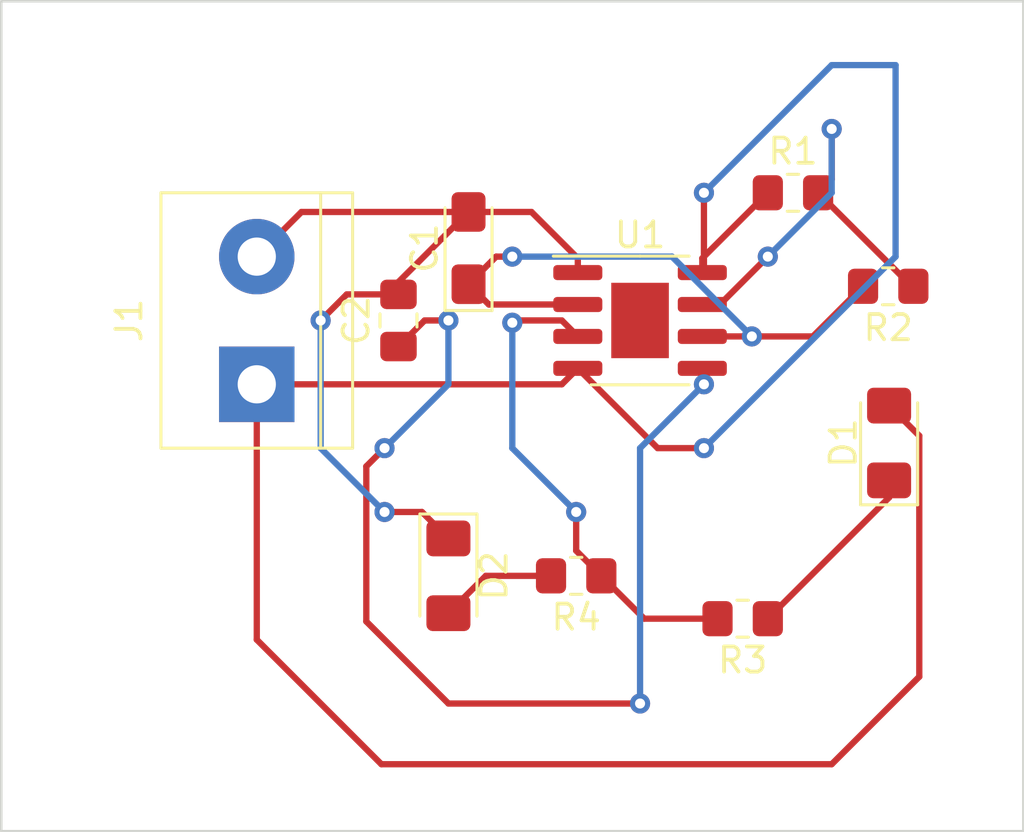
<source format=kicad_pcb>
(kicad_pcb (version 20211014) (generator pcbnew)
  (layers (0 "F.Cu" signal) (31 "B.Cu" signal) (34 "B.Paste" user) (35 "F.Paste" user) (36 "B.SilkS" user "B.Silkscreen") (37 "F.SilkS" user "F.Silkscreen") (38 "B.Mask" user) (39 "F.Mask" user) (44 "Edge.Cuts" user))
  (net 0 "")
  (net 1 "/pin_2")
  (net 2 "GND")
  (net 3 "Net-(C2-Pad1)")
  (net 4 "Net-(D1-Pad1)")
  (net 5 "+9V")
  (net 6 "Net-(D2-Pad2)")
  (net 7 "/pin_7")
  (net 8 "/pin_3")
  (footprint "Resistor_SMD:R_0805_2012Metric_Pad1.20x1.40mm_HandSolder" (layer "F.Cu") (at 159.727064 79.92 180)
    (fp_text reference "R2" (at 0 -1.65) (layer "F.SilkS"))
    (fp_text value "10k")
    (fp_line (start -0.227064 0.735) (end 0.227064 0.735) (layer "F.SilkS") (width 0.12))
    (fp_line (start -0.227064 -0.735) (end 0.227064 -0.735) (layer "F.SilkS") (width 0.12))
    (pad "1" smd roundrect (at -1 0 180) (size 1.2 1.4) (layers "F.Cu" "F.Paste" "F.Mask") (roundrect_rratio 0.208333) (net 7 "/pin_7"))
    (pad "2" smd roundrect (at 1 0 180) (size 1.2 1.4) (layers "F.Cu" "F.Paste" "F.Mask") (roundrect_rratio 0.208333) (net 1 "/pin_2"))
  )
  (footprint "TerminalBlock:TerminalBlock_bornier-2_P5.08mm" (layer "F.Cu") (at 134.62 83.82 90)
    (fp_text reference "J1" (at 2.54 -5.08 90) (layer "F.SilkS"))
    (fp_text value "Conn_01x02_Male")
    (fp_line (start 7.62 -3.81) (end -2.54 -3.81) (layer "F.SilkS") (width 0.12))
    (fp_line (start 7.62 3.81) (end 7.62 -3.81) (layer "F.SilkS") (width 0.12))
    (fp_line (start 7.62 2.54) (end -2.54 2.54) (layer "F.SilkS") (width 0.12))
    (fp_line (start -2.54 3.81) (end 7.62 3.81) (layer "F.SilkS") (width 0.12))
    (fp_line (start -2.54 -3.81) (end -2.54 3.81) (layer "F.SilkS") (width 0.12))
    (pad "1" thru_hole rect (at 0 0 90) (size 3 3) (drill 1.52) (layers *.Cu *.Mask) (net 5 "+9V"))
    (pad "2" thru_hole circle (at 5.08 0 90) (size 3 3) (drill 1.52) (layers *.Cu *.Mask) (net 2 "GND"))
  )
  (footprint "Resistor_SMD:R_0805_2012Metric_Pad1.20x1.40mm_HandSolder" (layer "F.Cu") (at 155.94 76.2)
    (fp_text reference "R1" (at 0 -1.65) (layer "F.SilkS"))
    (fp_text value "1k")
    (fp_line (start -0.227064 0.735) (end 0.227064 0.735) (layer "F.SilkS") (width 0.12))
    (fp_line (start -0.227064 -0.735) (end 0.227064 -0.735) (layer "F.SilkS") (width 0.12))
    (pad "1" smd roundrect (at -1 0) (size 1.2 1.4) (layers "F.Cu" "F.Paste" "F.Mask") (roundrect_rratio 0.208333) (net 5 "+9V"))
    (pad "2" smd roundrect (at 1 0) (size 1.2 1.4) (layers "F.Cu" "F.Paste" "F.Mask") (roundrect_rratio 0.208333) (net 7 "/pin_7"))
  )
  (footprint "LED_SMD:LED_1206_3216Metric_Pad1.42x1.75mm_HandSolder" (layer "F.Cu") (at 142.24 91.44 -90)
    (fp_text reference "D2" (at 0 -1.82 90) (layer "F.SilkS"))
    (fp_text value "LED")
    (fp_line (start -2.46 1.135) (end 1.6 1.135) (layer "F.SilkS") (width 0.12))
    (fp_line (start 1.6 -1.135) (end -2.46 -1.135) (layer "F.SilkS") (width 0.12))
    (fp_line (start -2.46 -1.135) (end -2.46 1.135) (layer "F.SilkS") (width 0.12))
    (pad "1" smd roundrect (at -1.4875 0 270) (size 1.425 1.75) (layers "F.Cu" "F.Paste" "F.Mask") (roundrect_rratio 0.175439) (net 2 "GND"))
    (pad "2" smd roundrect (at 1.4875 0 270) (size 1.425 1.75) (layers "F.Cu" "F.Paste" "F.Mask") (roundrect_rratio 0.175439) (net 6 "Net-(D2-Pad2)"))
  )
  (footprint "Capacitor_SMD:C_0805_2012Metric_Pad1.18x1.45mm_HandSolder" (layer "F.Cu") (at 140.255 81.28 90)
    (fp_text reference "C2" (at 0 -1.68 90) (layer "F.SilkS"))
    (fp_text value "0.01uF")
    (fp_line (start -0.261252 -0.735) (end 0.261252 -0.735) (layer "F.SilkS") (width 0.12))
    (fp_line (start -0.261252 0.735) (end 0.261252 0.735) (layer "F.SilkS") (width 0.12))
    (pad "1" smd roundrect (at -1.0375 0 90) (size 1.175 1.45) (layers "F.Cu" "F.Paste" "F.Mask") (roundrect_rratio 0.212766) (net 3 "Net-(C2-Pad1)"))
    (pad "2" smd roundrect (at 1.0375 0 90) (size 1.175 1.45) (layers "F.Cu" "F.Paste" "F.Mask") (roundrect_rratio 0.212766) (net 2 "GND"))
  )
  (footprint "Resistor_SMD:R_0805_2012Metric_Pad1.20x1.40mm_HandSolder" (layer "F.Cu") (at 153.94 93.145 180)
    (fp_text reference "R3" (at 0 -1.65) (layer "F.SilkS"))
    (fp_text value "1k")
    (fp_line (start -0.227064 -0.735) (end 0.227064 -0.735) (layer "F.SilkS") (width 0.12))
    (fp_line (start -0.227064 0.735) (end 0.227064 0.735) (layer "F.SilkS") (width 0.12))
    (pad "1" smd roundrect (at -1 0 180) (size 1.2 1.4) (layers "F.Cu" "F.Paste" "F.Mask") (roundrect_rratio 0.208333) (net 4 "Net-(D1-Pad1)"))
    (pad "2" smd roundrect (at 1 0 180) (size 1.2 1.4) (layers "F.Cu" "F.Paste" "F.Mask") (roundrect_rratio 0.208333) (net 8 "/pin_3"))
  )
  (footprint "Capacitor_Tantalum_SMD:CP_EIA-3216-18_Kemet-A_Pad1.58x1.35mm_HandSolder" (layer "F.Cu") (at 143.04 78.4 90)
    (fp_text reference "C1" (at 0 -1.75 90) (layer "F.SilkS"))
    (fp_text value "10uF")
    (fp_line (start -2.485 -0.935) (end -2.485 0.935) (layer "F.SilkS") (width 0.12))
    (fp_line (start -2.485 0.935) (end 1.6 0.935) (layer "F.SilkS") (width 0.12))
    (fp_line (start 1.6 -0.935) (end -2.485 -0.935) (layer "F.SilkS") (width 0.12))
    (pad "1" smd roundrect (at -1.4375 0 90) (size 1.575 1.35) (layers "F.Cu" "F.Paste" "F.Mask") (roundrect_rratio 0.185185) (net 1 "/pin_2"))
    (pad "2" smd roundrect (at 1.4375 0 90) (size 1.575 1.35) (layers "F.Cu" "F.Paste" "F.Mask") (roundrect_rratio 0.185185) (net 2 "GND"))
  )
  (footprint "Package_SO:SOIC-8-1EP_3.9x4.9mm_P1.27mm_EP2.29x3mm" (layer "F.Cu") (at 149.86 81.28)
    (fp_text reference "U1" (at 0 -3.4) (layer "F.SilkS"))
    (fp_text value "NE555D")
    (fp_line (start 0 2.56) (end -1.95 2.56) (layer "F.SilkS") (width 0.12))
    (fp_line (start 0 -2.56) (end -3.45 -2.56) (layer "F.SilkS") (width 0.12))
    (fp_line (start 0 2.56) (end 1.95 2.56) (layer "F.SilkS") (width 0.12))
    (fp_line (start 0 -2.56) (end 1.95 -2.56) (layer "F.SilkS") (width 0.12))
    (pad "1" smd roundrect (at -2.475 -1.905) (size 1.95 0.6) (layers "F.Cu" "F.Paste" "F.Mask") (net 2 "GND"))
    (pad "2" smd roundrect (at -2.475 -0.635) (size 1.95 0.6) (layers "F.Cu" "F.Paste" "F.Mask") (net 1 "/pin_2"))
    (pad "3" smd roundrect (at -2.475 0.635) (size 1.95 0.6) (layers "F.Cu" "F.Paste" "F.Mask") (net 8 "/pin_3"))
    (pad "4" smd roundrect (at -2.475 1.905) (size 1.95 0.6) (layers "F.Cu" "F.Paste" "F.Mask") (net 5 "+9V"))
    (pad "5" smd roundrect (at 2.475 1.905) (size 1.95 0.6) (layers "F.Cu" "F.Paste" "F.Mask") (net 3 "Net-(C2-Pad1)"))
    (pad "6" smd roundrect (at 2.475 0.635) (size 1.95 0.6) (layers "F.Cu" "F.Paste" "F.Mask") (net 1 "/pin_2"))
    (pad "7" smd roundrect (at 2.475 -0.635) (size 1.95 0.6) (layers "F.Cu" "F.Paste" "F.Mask") (net 7 "/pin_7"))
    (pad "8" smd roundrect (at 2.475 -1.905) (size 1.95 0.6) (layers "F.Cu" "F.Paste" "F.Mask") (net 5 "+9V"))
    (pad "9" smd rect (at 0 0) (size 2.29 3) (layers "F.Cu" "F.Mask"))
  )
  (footprint "LED_SMD:LED_1206_3216Metric_Pad1.42x1.75mm_HandSolder" (layer "F.Cu") (at 159.7625 86.155 90)
    (fp_text reference "D1" (at 0 -1.82 90) (layer "F.SilkS"))
    (fp_text value "LED")
    (fp_line (start -2.46 1.135) (end 1.6 1.135) (layer "F.SilkS") (width 0.12))
    (fp_line (start 1.6 -1.135) (end -2.46 -1.135) (layer "F.SilkS") (width 0.12))
    (fp_line (start -2.46 -1.135) (end -2.46 1.135) (layer "F.SilkS") (width 0.12))
    (pad "1" smd roundrect (at -1.4875 0 90) (size 1.425 1.75) (layers "F.Cu" "F.Paste" "F.Mask") (roundrect_rratio 0.175439) (net 4 "Net-(D1-Pad1)"))
    (pad "2" smd roundrect (at 1.4875 0 90) (size 1.425 1.75) (layers "F.Cu" "F.Paste" "F.Mask") (roundrect_rratio 0.175439) (net 5 "+9V"))
  )
  (footprint "Resistor_SMD:R_0805_2012Metric_Pad1.20x1.40mm_HandSolder" (layer "F.Cu") (at 147.32 91.44 180)
    (fp_text reference "R4" (at 0 -1.65) (layer "F.SilkS"))
    (fp_text value "1k")
    (fp_line (start -0.227064 -0.735) (end 0.227064 -0.735) (layer "F.SilkS") (width 0.12))
    (fp_line (start -0.227064 0.735) (end 0.227064 0.735) (layer "F.SilkS") (width 0.12))
    (pad "1" smd roundrect (at -1 0 180) (size 1.2 1.4) (layers "F.Cu" "F.Paste" "F.Mask") (roundrect_rratio 0.208333) (net 8 "/pin_3"))
    (pad "2" smd roundrect (at 1 0 180) (size 1.2 1.4) (layers "F.Cu" "F.Paste" "F.Mask") (roundrect_rratio 0.208333) (net 6 "Net-(D2-Pad2)"))
  )
  (gr_rect (start 124.46 68.58) (end 165.1 101.6) (layer "Edge.Cuts") (width 0.1) (fill none))
  (segment (start 144.1375 78.74) (end 144.78 78.74) (width 0.25) (layer "F.Cu") (net 1))
  (segment (start 156.732064 81.915) (end 154.305 81.915) (width 0.25) (layer "F.Cu") (net 1))
  (segment (start 143.04 79.8375) (end 143.8475 80.645) (width 0.25) (layer "F.Cu") (net 1))
  (segment (start 143.8475 80.645) (end 147.385 80.645) (width 0.25) (layer "F.Cu") (net 1))
  (segment (start 154.305 81.915) (end 152.335 81.915) (width 0.25) (layer "F.Cu") (net 1))
  (segment (start 158.727064 79.92) (end 156.732064 81.915) (width 0.25) (layer "F.Cu") (net 1))
  (segment (start 143.04 79.8375) (end 144.1375 78.74) (width 0.25) (layer "F.Cu") (net 1))
  (via (at 154.305 81.915) (size 0.8) (drill 0.4) (layers "F.Cu" "B.Cu") (net 1))
  (via (at 144.78 78.74) (size 0.8) (drill 0.4) (layers "F.Cu" "B.Cu") (net 1))
  (segment (start 151.13 78.74) (end 154.305 81.915) (width 0.25) (layer "B.Cu") (net 1))
  (segment (start 144.78 78.74) (end 151.13 78.74) (width 0.25) (layer "B.Cu") (net 1))
  (segment (start 141.1875 88.9) (end 142.24 89.9525) (width 0.25) (layer "F.Cu") (net 2))
  (segment (start 139.7 88.9) (end 141.1875 88.9) (width 0.25) (layer "F.Cu") (net 2))
  (segment (start 143.04 76.9625) (end 145.5425 76.9625) (width 0.25) (layer "F.Cu") (net 2))
  (segment (start 136.3975 76.9625) (end 143.04 76.9625) (width 0.25) (layer "F.Cu") (net 2))
  (segment (start 147.385 78.805) (end 147.385 79.375) (width 0.25) (layer "F.Cu") (net 2))
  (segment (start 140.255 79.7475) (end 140.255 80.2425) (width 0.25) (layer "F.Cu") (net 2))
  (segment (start 138.1975 80.2425) (end 137.16 81.28) (width 0.25) (layer "F.Cu") (net 2))
  (segment (start 145.5425 76.9625) (end 147.385 78.805) (width 0.25) (layer "F.Cu") (net 2))
  (segment (start 143.04 76.9625) (end 140.255 79.7475) (width 0.25) (layer "F.Cu") (net 2))
  (segment (start 134.62 78.74) (end 136.3975 76.9625) (width 0.25) (layer "F.Cu") (net 2))
  (segment (start 140.255 80.2425) (end 138.1975 80.2425) (width 0.25) (layer "F.Cu") (net 2))
  (via (at 139.7 88.9) (size 0.8) (drill 0.4) (layers "F.Cu" "B.Cu") (net 2))
  (via (at 137.16 81.28) (size 0.8) (drill 0.4) (layers "F.Cu" "B.Cu") (net 2))
  (segment (start 137.16 86.36) (end 139.7 88.9) (width 0.25) (layer "B.Cu") (net 2))
  (segment (start 137.16 81.28) (end 137.16 86.36) (width 0.25) (layer "B.Cu") (net 2))
  (segment (start 139.7 86.36) (end 138.975 87.085) (width 0.25) (layer "F.Cu") (net 3))
  (segment (start 140.255 82.3175) (end 141.2925 81.28) (width 0.25) (layer "F.Cu") (net 3))
  (segment (start 138.975 87.085) (end 138.975 93.255) (width 0.25) (layer "F.Cu") (net 3))
  (segment (start 142.24 96.52) (end 149.86 96.52) (width 0.25) (layer "F.Cu") (net 3))
  (segment (start 138.975 93.255) (end 142.24 96.52) (width 0.25) (layer "F.Cu") (net 3))
  (segment (start 152.4 83.82) (end 152.4 83.25) (width 0.25) (layer "F.Cu") (net 3))
  (segment (start 141.2925 81.28) (end 142.24 81.28) (width 0.25) (layer "F.Cu") (net 3))
  (segment (start 152.4 83.25) (end 152.335 83.185) (width 0.25) (layer "F.Cu") (net 3))
  (via (at 152.4 83.82) (size 0.8) (drill 0.4) (layers "F.Cu" "B.Cu") (net 3))
  (via (at 139.7 86.36) (size 0.8) (drill 0.4) (layers "F.Cu" "B.Cu") (net 3))
  (via (at 149.86 96.52) (size 0.8) (drill 0.4) (layers "F.Cu" "B.Cu") (net 3))
  (via (at 142.24 81.28) (size 0.8) (drill 0.4) (layers "F.Cu" "B.Cu") (net 3))
  (segment (start 149.86 86.36) (end 152.4 83.82) (width 0.25) (layer "B.Cu") (net 3))
  (segment (start 149.86 96.52) (end 149.86 86.36) (width 0.25) (layer "B.Cu") (net 3))
  (segment (start 142.24 83.82) (end 139.7 86.36) (width 0.25) (layer "B.Cu") (net 3))
  (segment (start 142.24 81.28) (end 142.24 83.82) (width 0.25) (layer "B.Cu") (net 3))
  (segment (start 154.94 93.145) (end 159.7625 88.3225) (width 0.25) (layer "F.Cu") (net 4))
  (segment (start 159.7625 88.3225) (end 159.7625 87.6425) (width 0.25) (layer "F.Cu") (net 4))
  (segment (start 139.575 98.935) (end 134.62 93.98) (width 0.25) (layer "F.Cu") (net 5))
  (segment (start 150.56 86.36) (end 152.4 86.36) (width 0.25) (layer "F.Cu") (net 5))
  (segment (start 160.9625 95.4525) (end 157.48 98.935) (width 0.25) (layer "F.Cu") (net 5))
  (segment (start 157.48 98.935) (end 139.575 98.935) (width 0.25) (layer "F.Cu") (net 5))
  (segment (start 154.94 76.2) (end 152.335 78.805) (width 0.25) (layer "F.Cu") (net 5))
  (segment (start 152.335 78.805) (end 152.335 79.375) (width 0.25) (layer "F.Cu") (net 5))
  (segment (start 159.7625 84.6675) (end 160.9625 85.8675) (width 0.25) (layer "F.Cu") (net 5))
  (segment (start 152.4 76.2) (end 152.4 79.31) (width 0.25) (layer "F.Cu") (net 5))
  (segment (start 147.385 83.185) (end 150.56 86.36) (width 0.25) (layer "F.Cu") (net 5))
  (segment (start 152.4 79.31) (end 152.335 79.375) (width 0.25) (layer "F.Cu") (net 5))
  (segment (start 134.62 83.82) (end 146.75 83.82) (width 0.25) (layer "F.Cu") (net 5))
  (segment (start 146.75 83.82) (end 147.385 83.185) (width 0.25) (layer "F.Cu") (net 5))
  (segment (start 160.9625 85.8675) (end 160.9625 95.4525) (width 0.25) (layer "F.Cu") (net 5))
  (segment (start 134.62 93.98) (end 134.62 83.82) (width 0.25) (layer "F.Cu") (net 5))
  (via (at 152.4 86.36) (size 0.8) (drill 0.4) (layers "F.Cu" "B.Cu") (net 5))
  (via (at 152.4 76.2) (size 0.8) (drill 0.4) (layers "F.Cu" "B.Cu") (net 5))
  (segment (start 152.4 86.36) (end 160.02 78.74) (width 0.25) (layer "B.Cu") (net 5))
  (segment (start 157.48 71.12) (end 152.4 76.2) (width 0.25) (layer "B.Cu") (net 5))
  (segment (start 160.02 78.74) (end 160.02 71.12) (width 0.25) (layer "B.Cu") (net 5))
  (segment (start 160.02 71.12) (end 157.48 71.12) (width 0.25) (layer "B.Cu") (net 5))
  (segment (start 142.24 92.9275) (end 143.7275 91.44) (width 0.25) (layer "F.Cu") (net 6))
  (segment (start 143.7275 91.44) (end 146.32 91.44) (width 0.25) (layer "F.Cu") (net 6))
  (segment (start 153.035 80.645) (end 154.94 78.74) (width 0.25) (layer "F.Cu") (net 7))
  (segment (start 157.48 73.66) (end 157.48 75.66) (width 0.25) (layer "F.Cu") (net 7))
  (segment (start 156.94 76.2) (end 156.78 76.2) (width 0.25) (layer "F.Cu") (net 7))
  (segment (start 152.335 80.645) (end 153.035 80.645) (width 0.25) (layer "F.Cu") (net 7))
  (segment (start 156.94 76.2) (end 160.66 79.92) (width 0.25) (layer "F.Cu") (net 7))
  (segment (start 160.66 79.92) (end 160.727064 79.92) (width 0.25) (layer "F.Cu") (net 7))
  (segment (start 157.48 75.66) (end 156.94 76.2) (width 0.25) (layer "F.Cu") (net 7))
  (via (at 154.94 78.74) (size 0.8) (drill 0.4) (layers "F.Cu" "B.Cu") (net 7))
  (via (at 157.48 73.66) (size 0.8) (drill 0.4) (layers "F.Cu" "B.Cu") (net 7))
  (segment (start 154.94 78.74) (end 157.48 76.2) (width 0.25) (layer "B.Cu") (net 7))
  (segment (start 157.48 76.2) (end 157.48 73.66) (width 0.25) (layer "B.Cu") (net 7))
  (segment (start 147.32 90.44) (end 148.32 91.44) (width 0.25) (layer "F.Cu") (net 8))
  (segment (start 146.75 81.28) (end 144.78 81.28) (width 0.25) (layer "F.Cu") (net 8))
  (segment (start 144.78 81.28) (end 144.78 81.3695) (width 0.25) (layer "F.Cu") (net 8))
  (segment (start 147.32 88.9) (end 147.32 90.44) (width 0.25) (layer "F.Cu") (net 8))
  (segment (start 148.32 91.44) (end 150.025 93.145) (width 0.25) (layer "F.Cu") (net 8))
  (segment (start 147.385 81.915) (end 146.75 81.28) (width 0.25) (layer "F.Cu") (net 8))
  (segment (start 150.025 93.145) (end 152.94 93.145) (width 0.25) (layer "F.Cu") (net 8))
  (via (at 147.32 88.9) (size 0.8) (drill 0.4) (layers "F.Cu" "B.Cu") (net 8))
  (via (at 144.78 81.3695) (size 0.8) (drill 0.4) (layers "F.Cu" "B.Cu") (net 8))
  (segment (start 144.78 81.3695) (end 144.78 86.36) (width 0.25) (layer "B.Cu") (net 8))
  (segment (start 144.78 86.36) (end 147.32 88.9) (width 0.25) (layer "B.Cu") (net 8))
)
</source>
